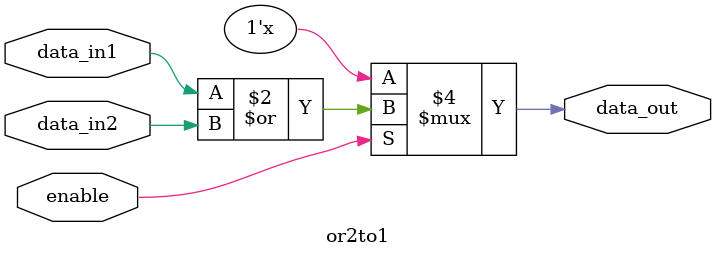
<source format=v>
`timescale 1ns / 1ps
module or2to1(
    data_in1,
    data_in2,
    data_out,
	 enable
    );
	 
	 input data_in1;
	 input data_in2;
	 output reg data_out;
	 input enable;
	 
	 always @ (*) begin
	 if(enable)
		data_out = data_in1 | data_in2;
	 end

endmodule

</source>
